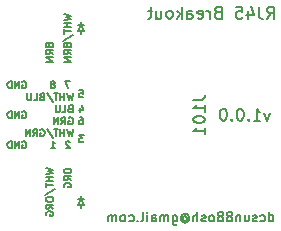
<source format=gbr>
G04 #@! TF.GenerationSoftware,KiCad,Pcbnew,(5.1.5)*
G04 #@! TF.CreationDate,2019-12-07T20:44:40-05:00*
G04 #@! TF.ProjectId,rj45brkout,726a3435-6272-46b6-9f75-742e6b696361,v1.0.0*
G04 #@! TF.SameCoordinates,Original*
G04 #@! TF.FileFunction,Legend,Bot*
G04 #@! TF.FilePolarity,Positive*
%FSLAX46Y46*%
G04 Gerber Fmt 4.6, Leading zero omitted, Abs format (unit mm)*
G04 Created by KiCad (PCBNEW (5.1.5)) date 2019-12-07 20:44:40*
%MOMM*%
%LPD*%
G04 APERTURE LIST*
%ADD10C,0.127000*%
%ADD11C,0.150000*%
%ADD12C,1.371600*%
%ADD13C,3.276600*%
%ADD14C,1.752600*%
%ADD15C,4.101600*%
%ADD16C,1.244600*%
G04 APERTURE END LIST*
D10*
X133318307Y-98760000D02*
X133375450Y-98731428D01*
X133461164Y-98731428D01*
X133546878Y-98760000D01*
X133604021Y-98817142D01*
X133632592Y-98874285D01*
X133661164Y-98988571D01*
X133661164Y-99074285D01*
X133632592Y-99188571D01*
X133604021Y-99245714D01*
X133546878Y-99302857D01*
X133461164Y-99331428D01*
X133404021Y-99331428D01*
X133318307Y-99302857D01*
X133289735Y-99274285D01*
X133289735Y-99074285D01*
X133404021Y-99074285D01*
X133032592Y-99331428D02*
X133032592Y-98731428D01*
X132689735Y-99331428D01*
X132689735Y-98731428D01*
X132404021Y-99331428D02*
X132404021Y-98731428D01*
X132261164Y-98731428D01*
X132175450Y-98760000D01*
X132118307Y-98817142D01*
X132089735Y-98874285D01*
X132061164Y-98988571D01*
X132061164Y-99074285D01*
X132089735Y-99188571D01*
X132118307Y-99245714D01*
X132175450Y-99302857D01*
X132261164Y-99331428D01*
X132404021Y-99331428D01*
X133318307Y-101300000D02*
X133375450Y-101271428D01*
X133461164Y-101271428D01*
X133546878Y-101300000D01*
X133604021Y-101357142D01*
X133632592Y-101414285D01*
X133661164Y-101528571D01*
X133661164Y-101614285D01*
X133632592Y-101728571D01*
X133604021Y-101785714D01*
X133546878Y-101842857D01*
X133461164Y-101871428D01*
X133404021Y-101871428D01*
X133318307Y-101842857D01*
X133289735Y-101814285D01*
X133289735Y-101614285D01*
X133404021Y-101614285D01*
X133032592Y-101871428D02*
X133032592Y-101271428D01*
X132689735Y-101871428D01*
X132689735Y-101271428D01*
X132404021Y-101871428D02*
X132404021Y-101271428D01*
X132261164Y-101271428D01*
X132175450Y-101300000D01*
X132118307Y-101357142D01*
X132089735Y-101414285D01*
X132061164Y-101528571D01*
X132061164Y-101614285D01*
X132089735Y-101728571D01*
X132118307Y-101785714D01*
X132175450Y-101842857D01*
X132261164Y-101871428D01*
X132404021Y-101871428D01*
X133318307Y-103840000D02*
X133375450Y-103811428D01*
X133461164Y-103811428D01*
X133546878Y-103840000D01*
X133604021Y-103897142D01*
X133632592Y-103954285D01*
X133661164Y-104068571D01*
X133661164Y-104154285D01*
X133632592Y-104268571D01*
X133604021Y-104325714D01*
X133546878Y-104382857D01*
X133461164Y-104411428D01*
X133404021Y-104411428D01*
X133318307Y-104382857D01*
X133289735Y-104354285D01*
X133289735Y-104154285D01*
X133404021Y-104154285D01*
X133032592Y-104411428D02*
X133032592Y-103811428D01*
X132689735Y-104411428D01*
X132689735Y-103811428D01*
X132404021Y-104411428D02*
X132404021Y-103811428D01*
X132261164Y-103811428D01*
X132175450Y-103840000D01*
X132118307Y-103897142D01*
X132089735Y-103954285D01*
X132061164Y-104068571D01*
X132061164Y-104154285D01*
X132089735Y-104268571D01*
X132118307Y-104325714D01*
X132175450Y-104382857D01*
X132261164Y-104411428D01*
X132404021Y-104411428D01*
X136831428Y-106257692D02*
X136831428Y-106371978D01*
X136860000Y-106429121D01*
X136917142Y-106486264D01*
X137031428Y-106514835D01*
X137231428Y-106514835D01*
X137345714Y-106486264D01*
X137402857Y-106429121D01*
X137431428Y-106371978D01*
X137431428Y-106257692D01*
X137402857Y-106200550D01*
X137345714Y-106143407D01*
X137231428Y-106114835D01*
X137031428Y-106114835D01*
X136917142Y-106143407D01*
X136860000Y-106200550D01*
X136831428Y-106257692D01*
X137431428Y-107114835D02*
X137145714Y-106914835D01*
X137431428Y-106771978D02*
X136831428Y-106771978D01*
X136831428Y-107000550D01*
X136860000Y-107057692D01*
X136888571Y-107086264D01*
X136945714Y-107114835D01*
X137031428Y-107114835D01*
X137088571Y-107086264D01*
X137117142Y-107057692D01*
X137145714Y-107000550D01*
X137145714Y-106771978D01*
X136860000Y-107686264D02*
X136831428Y-107629121D01*
X136831428Y-107543407D01*
X136860000Y-107457692D01*
X136917142Y-107400550D01*
X136974285Y-107371978D01*
X137088571Y-107343407D01*
X137174285Y-107343407D01*
X137288571Y-107371978D01*
X137345714Y-107400550D01*
X137402857Y-107457692D01*
X137431428Y-107543407D01*
X137431428Y-107600550D01*
X137402857Y-107686264D01*
X137374285Y-107714835D01*
X137174285Y-107714835D01*
X137174285Y-107600550D01*
X135307428Y-106086264D02*
X135907428Y-106229121D01*
X135478857Y-106343407D01*
X135907428Y-106457692D01*
X135307428Y-106600550D01*
X135907428Y-106829121D02*
X135307428Y-106829121D01*
X135593142Y-106829121D02*
X135593142Y-107171978D01*
X135907428Y-107171978D02*
X135307428Y-107171978D01*
X135307428Y-107371978D02*
X135307428Y-107714835D01*
X135907428Y-107543407D02*
X135307428Y-107543407D01*
X135278857Y-108343407D02*
X136050285Y-107829121D01*
X135307428Y-108657692D02*
X135307428Y-108771978D01*
X135336000Y-108829121D01*
X135393142Y-108886264D01*
X135507428Y-108914835D01*
X135707428Y-108914835D01*
X135821714Y-108886264D01*
X135878857Y-108829121D01*
X135907428Y-108771978D01*
X135907428Y-108657692D01*
X135878857Y-108600550D01*
X135821714Y-108543407D01*
X135707428Y-108514835D01*
X135507428Y-108514835D01*
X135393142Y-108543407D01*
X135336000Y-108600550D01*
X135307428Y-108657692D01*
X135907428Y-109514835D02*
X135621714Y-109314835D01*
X135907428Y-109171978D02*
X135307428Y-109171978D01*
X135307428Y-109400550D01*
X135336000Y-109457692D01*
X135364571Y-109486264D01*
X135421714Y-109514835D01*
X135507428Y-109514835D01*
X135564571Y-109486264D01*
X135593142Y-109457692D01*
X135621714Y-109400550D01*
X135621714Y-109171978D01*
X135336000Y-110086264D02*
X135307428Y-110029121D01*
X135307428Y-109943407D01*
X135336000Y-109857692D01*
X135393142Y-109800550D01*
X135450285Y-109771978D01*
X135564571Y-109743407D01*
X135650285Y-109743407D01*
X135764571Y-109771978D01*
X135821714Y-109800550D01*
X135878857Y-109857692D01*
X135907428Y-109943407D01*
X135907428Y-110000550D01*
X135878857Y-110086264D01*
X135850285Y-110114835D01*
X135650285Y-110114835D01*
X135650285Y-110000550D01*
X137626735Y-102795428D02*
X137483878Y-103395428D01*
X137369592Y-102966857D01*
X137255307Y-103395428D01*
X137112450Y-102795428D01*
X136883878Y-103395428D02*
X136883878Y-102795428D01*
X136883878Y-103081142D02*
X136541021Y-103081142D01*
X136541021Y-103395428D02*
X136541021Y-102795428D01*
X136341021Y-102795428D02*
X135998164Y-102795428D01*
X136169592Y-103395428D02*
X136169592Y-102795428D01*
X135369592Y-102766857D02*
X135883878Y-103538285D01*
X134855307Y-102824000D02*
X134912450Y-102795428D01*
X134998164Y-102795428D01*
X135083878Y-102824000D01*
X135141021Y-102881142D01*
X135169592Y-102938285D01*
X135198164Y-103052571D01*
X135198164Y-103138285D01*
X135169592Y-103252571D01*
X135141021Y-103309714D01*
X135083878Y-103366857D01*
X134998164Y-103395428D01*
X134941021Y-103395428D01*
X134855307Y-103366857D01*
X134826735Y-103338285D01*
X134826735Y-103138285D01*
X134941021Y-103138285D01*
X134226735Y-103395428D02*
X134426735Y-103109714D01*
X134569592Y-103395428D02*
X134569592Y-102795428D01*
X134341021Y-102795428D01*
X134283878Y-102824000D01*
X134255307Y-102852571D01*
X134226735Y-102909714D01*
X134226735Y-102995428D01*
X134255307Y-103052571D01*
X134283878Y-103081142D01*
X134341021Y-103109714D01*
X134569592Y-103109714D01*
X133969592Y-103395428D02*
X133969592Y-102795428D01*
X133626735Y-103395428D01*
X133626735Y-102795428D01*
X137255307Y-101808000D02*
X137312450Y-101779428D01*
X137398164Y-101779428D01*
X137483878Y-101808000D01*
X137541021Y-101865142D01*
X137569592Y-101922285D01*
X137598164Y-102036571D01*
X137598164Y-102122285D01*
X137569592Y-102236571D01*
X137541021Y-102293714D01*
X137483878Y-102350857D01*
X137398164Y-102379428D01*
X137341021Y-102379428D01*
X137255307Y-102350857D01*
X137226735Y-102322285D01*
X137226735Y-102122285D01*
X137341021Y-102122285D01*
X136626735Y-102379428D02*
X136826735Y-102093714D01*
X136969592Y-102379428D02*
X136969592Y-101779428D01*
X136741021Y-101779428D01*
X136683878Y-101808000D01*
X136655307Y-101836571D01*
X136626735Y-101893714D01*
X136626735Y-101979428D01*
X136655307Y-102036571D01*
X136683878Y-102065142D01*
X136741021Y-102093714D01*
X136969592Y-102093714D01*
X136369592Y-102379428D02*
X136369592Y-101779428D01*
X136026735Y-102379428D01*
X136026735Y-101779428D01*
X137369592Y-101049142D02*
X137283878Y-101077714D01*
X137255307Y-101106285D01*
X137226735Y-101163428D01*
X137226735Y-101249142D01*
X137255307Y-101306285D01*
X137283878Y-101334857D01*
X137341021Y-101363428D01*
X137569592Y-101363428D01*
X137569592Y-100763428D01*
X137369592Y-100763428D01*
X137312450Y-100792000D01*
X137283878Y-100820571D01*
X137255307Y-100877714D01*
X137255307Y-100934857D01*
X137283878Y-100992000D01*
X137312450Y-101020571D01*
X137369592Y-101049142D01*
X137569592Y-101049142D01*
X136683878Y-101363428D02*
X136969592Y-101363428D01*
X136969592Y-100763428D01*
X136483878Y-100763428D02*
X136483878Y-101249142D01*
X136455307Y-101306285D01*
X136426735Y-101334857D01*
X136369592Y-101363428D01*
X136255307Y-101363428D01*
X136198164Y-101334857D01*
X136169592Y-101306285D01*
X136141021Y-101249142D01*
X136141021Y-100763428D01*
X137626735Y-99747428D02*
X137483878Y-100347428D01*
X137369592Y-99918857D01*
X137255307Y-100347428D01*
X137112450Y-99747428D01*
X136883878Y-100347428D02*
X136883878Y-99747428D01*
X136883878Y-100033142D02*
X136541021Y-100033142D01*
X136541021Y-100347428D02*
X136541021Y-99747428D01*
X136341021Y-99747428D02*
X135998164Y-99747428D01*
X136169592Y-100347428D02*
X136169592Y-99747428D01*
X135369592Y-99718857D02*
X135883878Y-100490285D01*
X134969592Y-100033142D02*
X134883878Y-100061714D01*
X134855307Y-100090285D01*
X134826735Y-100147428D01*
X134826735Y-100233142D01*
X134855307Y-100290285D01*
X134883878Y-100318857D01*
X134941021Y-100347428D01*
X135169592Y-100347428D01*
X135169592Y-99747428D01*
X134969592Y-99747428D01*
X134912450Y-99776000D01*
X134883878Y-99804571D01*
X134855307Y-99861714D01*
X134855307Y-99918857D01*
X134883878Y-99976000D01*
X134912450Y-100004571D01*
X134969592Y-100033142D01*
X135169592Y-100033142D01*
X134283878Y-100347428D02*
X134569592Y-100347428D01*
X134569592Y-99747428D01*
X134083878Y-99747428D02*
X134083878Y-100233142D01*
X134055307Y-100290285D01*
X134026735Y-100318857D01*
X133969592Y-100347428D01*
X133855307Y-100347428D01*
X133798164Y-100318857D01*
X133769592Y-100290285D01*
X133741021Y-100233142D01*
X133741021Y-99747428D01*
X135593142Y-95713735D02*
X135621714Y-95799450D01*
X135650285Y-95828021D01*
X135707428Y-95856592D01*
X135793142Y-95856592D01*
X135850285Y-95828021D01*
X135878857Y-95799450D01*
X135907428Y-95742307D01*
X135907428Y-95513735D01*
X135307428Y-95513735D01*
X135307428Y-95713735D01*
X135336000Y-95770878D01*
X135364571Y-95799450D01*
X135421714Y-95828021D01*
X135478857Y-95828021D01*
X135536000Y-95799450D01*
X135564571Y-95770878D01*
X135593142Y-95713735D01*
X135593142Y-95513735D01*
X135907428Y-96456592D02*
X135621714Y-96256592D01*
X135907428Y-96113735D02*
X135307428Y-96113735D01*
X135307428Y-96342307D01*
X135336000Y-96399450D01*
X135364571Y-96428021D01*
X135421714Y-96456592D01*
X135507428Y-96456592D01*
X135564571Y-96428021D01*
X135593142Y-96399450D01*
X135621714Y-96342307D01*
X135621714Y-96113735D01*
X135907428Y-96713735D02*
X135307428Y-96713735D01*
X135907428Y-97056592D01*
X135307428Y-97056592D01*
X136831428Y-93056592D02*
X137431428Y-93199450D01*
X137002857Y-93313735D01*
X137431428Y-93428021D01*
X136831428Y-93570878D01*
X137431428Y-93799450D02*
X136831428Y-93799450D01*
X137117142Y-93799450D02*
X137117142Y-94142307D01*
X137431428Y-94142307D02*
X136831428Y-94142307D01*
X136831428Y-94342307D02*
X136831428Y-94685164D01*
X137431428Y-94513735D02*
X136831428Y-94513735D01*
X136802857Y-95313735D02*
X137574285Y-94799450D01*
X137117142Y-95713735D02*
X137145714Y-95799450D01*
X137174285Y-95828021D01*
X137231428Y-95856592D01*
X137317142Y-95856592D01*
X137374285Y-95828021D01*
X137402857Y-95799450D01*
X137431428Y-95742307D01*
X137431428Y-95513735D01*
X136831428Y-95513735D01*
X136831428Y-95713735D01*
X136860000Y-95770878D01*
X136888571Y-95799450D01*
X136945714Y-95828021D01*
X137002857Y-95828021D01*
X137060000Y-95799450D01*
X137088571Y-95770878D01*
X137117142Y-95713735D01*
X137117142Y-95513735D01*
X137431428Y-96456592D02*
X137145714Y-96256592D01*
X137431428Y-96113735D02*
X136831428Y-96113735D01*
X136831428Y-96342307D01*
X136860000Y-96399450D01*
X136888571Y-96428021D01*
X136945714Y-96456592D01*
X137031428Y-96456592D01*
X137088571Y-96428021D01*
X137117142Y-96399450D01*
X137145714Y-96342307D01*
X137145714Y-96113735D01*
X137431428Y-96713735D02*
X136831428Y-96713735D01*
X137431428Y-97056592D01*
X136831428Y-97056592D01*
D11*
X154042476Y-93416380D02*
X154375809Y-92940190D01*
X154613904Y-93416380D02*
X154613904Y-92416380D01*
X154232952Y-92416380D01*
X154137714Y-92464000D01*
X154090095Y-92511619D01*
X154042476Y-92606857D01*
X154042476Y-92749714D01*
X154090095Y-92844952D01*
X154137714Y-92892571D01*
X154232952Y-92940190D01*
X154613904Y-92940190D01*
X153328190Y-92416380D02*
X153328190Y-93130666D01*
X153375809Y-93273523D01*
X153471047Y-93368761D01*
X153613904Y-93416380D01*
X153709142Y-93416380D01*
X152423428Y-92749714D02*
X152423428Y-93416380D01*
X152661523Y-92368761D02*
X152899619Y-93083047D01*
X152280571Y-93083047D01*
X151423428Y-92416380D02*
X151899619Y-92416380D01*
X151947238Y-92892571D01*
X151899619Y-92844952D01*
X151804380Y-92797333D01*
X151566285Y-92797333D01*
X151471047Y-92844952D01*
X151423428Y-92892571D01*
X151375809Y-92987809D01*
X151375809Y-93225904D01*
X151423428Y-93321142D01*
X151471047Y-93368761D01*
X151566285Y-93416380D01*
X151804380Y-93416380D01*
X151899619Y-93368761D01*
X151947238Y-93321142D01*
X149852000Y-92892571D02*
X149709142Y-92940190D01*
X149661523Y-92987809D01*
X149613904Y-93083047D01*
X149613904Y-93225904D01*
X149661523Y-93321142D01*
X149709142Y-93368761D01*
X149804380Y-93416380D01*
X150185333Y-93416380D01*
X150185333Y-92416380D01*
X149852000Y-92416380D01*
X149756761Y-92464000D01*
X149709142Y-92511619D01*
X149661523Y-92606857D01*
X149661523Y-92702095D01*
X149709142Y-92797333D01*
X149756761Y-92844952D01*
X149852000Y-92892571D01*
X150185333Y-92892571D01*
X149185333Y-93416380D02*
X149185333Y-92749714D01*
X149185333Y-92940190D02*
X149137714Y-92844952D01*
X149090095Y-92797333D01*
X148994857Y-92749714D01*
X148899619Y-92749714D01*
X148185333Y-93368761D02*
X148280571Y-93416380D01*
X148471047Y-93416380D01*
X148566285Y-93368761D01*
X148613904Y-93273523D01*
X148613904Y-92892571D01*
X148566285Y-92797333D01*
X148471047Y-92749714D01*
X148280571Y-92749714D01*
X148185333Y-92797333D01*
X148137714Y-92892571D01*
X148137714Y-92987809D01*
X148613904Y-93083047D01*
X147280571Y-93416380D02*
X147280571Y-92892571D01*
X147328190Y-92797333D01*
X147423428Y-92749714D01*
X147613904Y-92749714D01*
X147709142Y-92797333D01*
X147280571Y-93368761D02*
X147375809Y-93416380D01*
X147613904Y-93416380D01*
X147709142Y-93368761D01*
X147756761Y-93273523D01*
X147756761Y-93178285D01*
X147709142Y-93083047D01*
X147613904Y-93035428D01*
X147375809Y-93035428D01*
X147280571Y-92987809D01*
X146804380Y-93416380D02*
X146804380Y-92416380D01*
X146709142Y-93035428D02*
X146423428Y-93416380D01*
X146423428Y-92749714D02*
X146804380Y-93130666D01*
X145852000Y-93416380D02*
X145947238Y-93368761D01*
X145994857Y-93321142D01*
X146042476Y-93225904D01*
X146042476Y-92940190D01*
X145994857Y-92844952D01*
X145947238Y-92797333D01*
X145852000Y-92749714D01*
X145709142Y-92749714D01*
X145613904Y-92797333D01*
X145566285Y-92844952D01*
X145518666Y-92940190D01*
X145518666Y-93225904D01*
X145566285Y-93321142D01*
X145613904Y-93368761D01*
X145709142Y-93416380D01*
X145852000Y-93416380D01*
X144661523Y-92749714D02*
X144661523Y-93416380D01*
X145090095Y-92749714D02*
X145090095Y-93273523D01*
X145042476Y-93368761D01*
X144947238Y-93416380D01*
X144804380Y-93416380D01*
X144709142Y-93368761D01*
X144661523Y-93321142D01*
X144328190Y-92749714D02*
X143947238Y-92749714D01*
X144185333Y-92416380D02*
X144185333Y-93273523D01*
X144137714Y-93368761D01*
X144042476Y-93416380D01*
X143947238Y-93416380D01*
X154288857Y-101385714D02*
X154050761Y-102052380D01*
X153812666Y-101385714D01*
X152907904Y-102052380D02*
X153479333Y-102052380D01*
X153193619Y-102052380D02*
X153193619Y-101052380D01*
X153288857Y-101195238D01*
X153384095Y-101290476D01*
X153479333Y-101338095D01*
X152479333Y-101957142D02*
X152431714Y-102004761D01*
X152479333Y-102052380D01*
X152526952Y-102004761D01*
X152479333Y-101957142D01*
X152479333Y-102052380D01*
X151812666Y-101052380D02*
X151717428Y-101052380D01*
X151622190Y-101100000D01*
X151574571Y-101147619D01*
X151526952Y-101242857D01*
X151479333Y-101433333D01*
X151479333Y-101671428D01*
X151526952Y-101861904D01*
X151574571Y-101957142D01*
X151622190Y-102004761D01*
X151717428Y-102052380D01*
X151812666Y-102052380D01*
X151907904Y-102004761D01*
X151955523Y-101957142D01*
X152003142Y-101861904D01*
X152050761Y-101671428D01*
X152050761Y-101433333D01*
X152003142Y-101242857D01*
X151955523Y-101147619D01*
X151907904Y-101100000D01*
X151812666Y-101052380D01*
X151050761Y-101957142D02*
X151003142Y-102004761D01*
X151050761Y-102052380D01*
X151098380Y-102004761D01*
X151050761Y-101957142D01*
X151050761Y-102052380D01*
X150384095Y-101052380D02*
X150288857Y-101052380D01*
X150193619Y-101100000D01*
X150146000Y-101147619D01*
X150098380Y-101242857D01*
X150050761Y-101433333D01*
X150050761Y-101671428D01*
X150098380Y-101861904D01*
X150146000Y-101957142D01*
X150193619Y-102004761D01*
X150288857Y-102052380D01*
X150384095Y-102052380D01*
X150479333Y-102004761D01*
X150526952Y-101957142D01*
X150574571Y-101861904D01*
X150622190Y-101671428D01*
X150622190Y-101433333D01*
X150574571Y-101242857D01*
X150526952Y-101147619D01*
X150479333Y-101100000D01*
X150384095Y-101052380D01*
X154202571Y-110597904D02*
X154202571Y-109797904D01*
X154202571Y-110559809D02*
X154278761Y-110597904D01*
X154431142Y-110597904D01*
X154507333Y-110559809D01*
X154545428Y-110521714D01*
X154583523Y-110445523D01*
X154583523Y-110216952D01*
X154545428Y-110140761D01*
X154507333Y-110102666D01*
X154431142Y-110064571D01*
X154278761Y-110064571D01*
X154202571Y-110102666D01*
X153478761Y-110559809D02*
X153554952Y-110597904D01*
X153707333Y-110597904D01*
X153783523Y-110559809D01*
X153821619Y-110521714D01*
X153859714Y-110445523D01*
X153859714Y-110216952D01*
X153821619Y-110140761D01*
X153783523Y-110102666D01*
X153707333Y-110064571D01*
X153554952Y-110064571D01*
X153478761Y-110102666D01*
X153174000Y-110559809D02*
X153097809Y-110597904D01*
X152945428Y-110597904D01*
X152869238Y-110559809D01*
X152831142Y-110483619D01*
X152831142Y-110445523D01*
X152869238Y-110369333D01*
X152945428Y-110331238D01*
X153059714Y-110331238D01*
X153135904Y-110293142D01*
X153174000Y-110216952D01*
X153174000Y-110178857D01*
X153135904Y-110102666D01*
X153059714Y-110064571D01*
X152945428Y-110064571D01*
X152869238Y-110102666D01*
X152145428Y-110064571D02*
X152145428Y-110597904D01*
X152488285Y-110064571D02*
X152488285Y-110483619D01*
X152450190Y-110559809D01*
X152374000Y-110597904D01*
X152259714Y-110597904D01*
X152183523Y-110559809D01*
X152145428Y-110521714D01*
X151764476Y-110064571D02*
X151764476Y-110597904D01*
X151764476Y-110140761D02*
X151726380Y-110102666D01*
X151650190Y-110064571D01*
X151535904Y-110064571D01*
X151459714Y-110102666D01*
X151421619Y-110178857D01*
X151421619Y-110597904D01*
X150926380Y-110140761D02*
X151002571Y-110102666D01*
X151040666Y-110064571D01*
X151078761Y-109988380D01*
X151078761Y-109950285D01*
X151040666Y-109874095D01*
X151002571Y-109836000D01*
X150926380Y-109797904D01*
X150774000Y-109797904D01*
X150697809Y-109836000D01*
X150659714Y-109874095D01*
X150621619Y-109950285D01*
X150621619Y-109988380D01*
X150659714Y-110064571D01*
X150697809Y-110102666D01*
X150774000Y-110140761D01*
X150926380Y-110140761D01*
X151002571Y-110178857D01*
X151040666Y-110216952D01*
X151078761Y-110293142D01*
X151078761Y-110445523D01*
X151040666Y-110521714D01*
X151002571Y-110559809D01*
X150926380Y-110597904D01*
X150774000Y-110597904D01*
X150697809Y-110559809D01*
X150659714Y-110521714D01*
X150621619Y-110445523D01*
X150621619Y-110293142D01*
X150659714Y-110216952D01*
X150697809Y-110178857D01*
X150774000Y-110140761D01*
X150164476Y-110140761D02*
X150240666Y-110102666D01*
X150278761Y-110064571D01*
X150316857Y-109988380D01*
X150316857Y-109950285D01*
X150278761Y-109874095D01*
X150240666Y-109836000D01*
X150164476Y-109797904D01*
X150012095Y-109797904D01*
X149935904Y-109836000D01*
X149897809Y-109874095D01*
X149859714Y-109950285D01*
X149859714Y-109988380D01*
X149897809Y-110064571D01*
X149935904Y-110102666D01*
X150012095Y-110140761D01*
X150164476Y-110140761D01*
X150240666Y-110178857D01*
X150278761Y-110216952D01*
X150316857Y-110293142D01*
X150316857Y-110445523D01*
X150278761Y-110521714D01*
X150240666Y-110559809D01*
X150164476Y-110597904D01*
X150012095Y-110597904D01*
X149935904Y-110559809D01*
X149897809Y-110521714D01*
X149859714Y-110445523D01*
X149859714Y-110293142D01*
X149897809Y-110216952D01*
X149935904Y-110178857D01*
X150012095Y-110140761D01*
X149402571Y-110597904D02*
X149478761Y-110559809D01*
X149516857Y-110521714D01*
X149554952Y-110445523D01*
X149554952Y-110216952D01*
X149516857Y-110140761D01*
X149478761Y-110102666D01*
X149402571Y-110064571D01*
X149288285Y-110064571D01*
X149212095Y-110102666D01*
X149174000Y-110140761D01*
X149135904Y-110216952D01*
X149135904Y-110445523D01*
X149174000Y-110521714D01*
X149212095Y-110559809D01*
X149288285Y-110597904D01*
X149402571Y-110597904D01*
X148831142Y-110559809D02*
X148754952Y-110597904D01*
X148602571Y-110597904D01*
X148526380Y-110559809D01*
X148488285Y-110483619D01*
X148488285Y-110445523D01*
X148526380Y-110369333D01*
X148602571Y-110331238D01*
X148716857Y-110331238D01*
X148793047Y-110293142D01*
X148831142Y-110216952D01*
X148831142Y-110178857D01*
X148793047Y-110102666D01*
X148716857Y-110064571D01*
X148602571Y-110064571D01*
X148526380Y-110102666D01*
X148145428Y-110597904D02*
X148145428Y-109797904D01*
X147802571Y-110597904D02*
X147802571Y-110178857D01*
X147840666Y-110102666D01*
X147916857Y-110064571D01*
X148031142Y-110064571D01*
X148107333Y-110102666D01*
X148145428Y-110140761D01*
X146926380Y-110216952D02*
X146964476Y-110178857D01*
X147040666Y-110140761D01*
X147116857Y-110140761D01*
X147193047Y-110178857D01*
X147231142Y-110216952D01*
X147269238Y-110293142D01*
X147269238Y-110369333D01*
X147231142Y-110445523D01*
X147193047Y-110483619D01*
X147116857Y-110521714D01*
X147040666Y-110521714D01*
X146964476Y-110483619D01*
X146926380Y-110445523D01*
X146926380Y-110140761D02*
X146926380Y-110445523D01*
X146888285Y-110483619D01*
X146850190Y-110483619D01*
X146774000Y-110445523D01*
X146735904Y-110369333D01*
X146735904Y-110178857D01*
X146812095Y-110064571D01*
X146926380Y-109988380D01*
X147078761Y-109950285D01*
X147231142Y-109988380D01*
X147345428Y-110064571D01*
X147421619Y-110178857D01*
X147459714Y-110331238D01*
X147421619Y-110483619D01*
X147345428Y-110597904D01*
X147231142Y-110674095D01*
X147078761Y-110712190D01*
X146926380Y-110674095D01*
X146812095Y-110597904D01*
X146050190Y-110064571D02*
X146050190Y-110712190D01*
X146088285Y-110788380D01*
X146126380Y-110826476D01*
X146202571Y-110864571D01*
X146316857Y-110864571D01*
X146393047Y-110826476D01*
X146050190Y-110559809D02*
X146126380Y-110597904D01*
X146278761Y-110597904D01*
X146354952Y-110559809D01*
X146393047Y-110521714D01*
X146431142Y-110445523D01*
X146431142Y-110216952D01*
X146393047Y-110140761D01*
X146354952Y-110102666D01*
X146278761Y-110064571D01*
X146126380Y-110064571D01*
X146050190Y-110102666D01*
X145669238Y-110597904D02*
X145669238Y-110064571D01*
X145669238Y-110140761D02*
X145631142Y-110102666D01*
X145554952Y-110064571D01*
X145440666Y-110064571D01*
X145364476Y-110102666D01*
X145326380Y-110178857D01*
X145326380Y-110597904D01*
X145326380Y-110178857D02*
X145288285Y-110102666D01*
X145212095Y-110064571D01*
X145097809Y-110064571D01*
X145021619Y-110102666D01*
X144983523Y-110178857D01*
X144983523Y-110597904D01*
X144259714Y-110597904D02*
X144259714Y-110178857D01*
X144297809Y-110102666D01*
X144374000Y-110064571D01*
X144526380Y-110064571D01*
X144602571Y-110102666D01*
X144259714Y-110559809D02*
X144335904Y-110597904D01*
X144526380Y-110597904D01*
X144602571Y-110559809D01*
X144640666Y-110483619D01*
X144640666Y-110407428D01*
X144602571Y-110331238D01*
X144526380Y-110293142D01*
X144335904Y-110293142D01*
X144259714Y-110255047D01*
X143878761Y-110597904D02*
X143878761Y-110064571D01*
X143878761Y-109797904D02*
X143916857Y-109836000D01*
X143878761Y-109874095D01*
X143840666Y-109836000D01*
X143878761Y-109797904D01*
X143878761Y-109874095D01*
X143383523Y-110597904D02*
X143459714Y-110559809D01*
X143497809Y-110483619D01*
X143497809Y-109797904D01*
X143078761Y-110521714D02*
X143040666Y-110559809D01*
X143078761Y-110597904D01*
X143116857Y-110559809D01*
X143078761Y-110521714D01*
X143078761Y-110597904D01*
X142354952Y-110559809D02*
X142431142Y-110597904D01*
X142583523Y-110597904D01*
X142659714Y-110559809D01*
X142697809Y-110521714D01*
X142735904Y-110445523D01*
X142735904Y-110216952D01*
X142697809Y-110140761D01*
X142659714Y-110102666D01*
X142583523Y-110064571D01*
X142431142Y-110064571D01*
X142354952Y-110102666D01*
X141897809Y-110597904D02*
X141974000Y-110559809D01*
X142012095Y-110521714D01*
X142050190Y-110445523D01*
X142050190Y-110216952D01*
X142012095Y-110140761D01*
X141974000Y-110102666D01*
X141897809Y-110064571D01*
X141783523Y-110064571D01*
X141707333Y-110102666D01*
X141669238Y-110140761D01*
X141631142Y-110216952D01*
X141631142Y-110445523D01*
X141669238Y-110521714D01*
X141707333Y-110559809D01*
X141783523Y-110597904D01*
X141897809Y-110597904D01*
X141288285Y-110597904D02*
X141288285Y-110064571D01*
X141288285Y-110140761D02*
X141250190Y-110102666D01*
X141174000Y-110064571D01*
X141059714Y-110064571D01*
X140983523Y-110102666D01*
X140945428Y-110178857D01*
X140945428Y-110597904D01*
X140945428Y-110178857D02*
X140907333Y-110102666D01*
X140831142Y-110064571D01*
X140716857Y-110064571D01*
X140640666Y-110102666D01*
X140602571Y-110178857D01*
X140602571Y-110597904D01*
X138303000Y-94488000D02*
X138303000Y-94742000D01*
X138557000Y-93980000D02*
X138049000Y-93980000D01*
X138557000Y-94488000D02*
X138049000Y-94488000D01*
X138303000Y-93980000D02*
X138557000Y-94488000D01*
X138303000Y-93980000D02*
X138303000Y-93726000D01*
X138049000Y-94488000D02*
X138303000Y-93980000D01*
X138557000Y-108712000D02*
X138049000Y-108712000D01*
X138303000Y-109220000D02*
X138303000Y-109474000D01*
X138557000Y-109220000D02*
X138049000Y-109220000D01*
X138049000Y-109220000D02*
X138303000Y-108712000D01*
X138303000Y-108712000D02*
X138303000Y-108458000D01*
X138303000Y-108712000D02*
X138557000Y-109220000D01*
D10*
X135947142Y-98988571D02*
X136004285Y-98960000D01*
X136032857Y-98931428D01*
X136061428Y-98874285D01*
X136061428Y-98845714D01*
X136032857Y-98788571D01*
X136004285Y-98760000D01*
X135947142Y-98731428D01*
X135832857Y-98731428D01*
X135775714Y-98760000D01*
X135747142Y-98788571D01*
X135718571Y-98845714D01*
X135718571Y-98874285D01*
X135747142Y-98931428D01*
X135775714Y-98960000D01*
X135832857Y-98988571D01*
X135947142Y-98988571D01*
X136004285Y-99017142D01*
X136032857Y-99045714D01*
X136061428Y-99102857D01*
X136061428Y-99217142D01*
X136032857Y-99274285D01*
X136004285Y-99302857D01*
X135947142Y-99331428D01*
X135832857Y-99331428D01*
X135775714Y-99302857D01*
X135747142Y-99274285D01*
X135718571Y-99217142D01*
X135718571Y-99102857D01*
X135747142Y-99045714D01*
X135775714Y-99017142D01*
X135832857Y-98988571D01*
X137360000Y-98731428D02*
X136960000Y-98731428D01*
X137217142Y-99331428D01*
X138160142Y-99493428D02*
X138445857Y-99493428D01*
X138474428Y-99779142D01*
X138445857Y-99750571D01*
X138388714Y-99722000D01*
X138245857Y-99722000D01*
X138188714Y-99750571D01*
X138160142Y-99779142D01*
X138131571Y-99836285D01*
X138131571Y-99979142D01*
X138160142Y-100036285D01*
X138188714Y-100064857D01*
X138245857Y-100093428D01*
X138388714Y-100093428D01*
X138445857Y-100064857D01*
X138474428Y-100036285D01*
X138188714Y-100963428D02*
X138188714Y-101363428D01*
X138331571Y-100734857D02*
X138474428Y-101163428D01*
X138103000Y-101163428D01*
X138188714Y-101779428D02*
X138303000Y-101779428D01*
X138360142Y-101808000D01*
X138388714Y-101836571D01*
X138445857Y-101922285D01*
X138474428Y-102036571D01*
X138474428Y-102265142D01*
X138445857Y-102322285D01*
X138417285Y-102350857D01*
X138360142Y-102379428D01*
X138245857Y-102379428D01*
X138188714Y-102350857D01*
X138160142Y-102322285D01*
X138131571Y-102265142D01*
X138131571Y-102122285D01*
X138160142Y-102065142D01*
X138188714Y-102036571D01*
X138245857Y-102008000D01*
X138360142Y-102008000D01*
X138417285Y-102036571D01*
X138445857Y-102065142D01*
X138474428Y-102122285D01*
X138503000Y-103303428D02*
X138131571Y-103303428D01*
X138331571Y-103532000D01*
X138245857Y-103532000D01*
X138188714Y-103560571D01*
X138160142Y-103589142D01*
X138131571Y-103646285D01*
X138131571Y-103789142D01*
X138160142Y-103846285D01*
X138188714Y-103874857D01*
X138245857Y-103903428D01*
X138417285Y-103903428D01*
X138474428Y-103874857D01*
X138503000Y-103846285D01*
X137331428Y-103868571D02*
X137302857Y-103840000D01*
X137245714Y-103811428D01*
X137102857Y-103811428D01*
X137045714Y-103840000D01*
X137017142Y-103868571D01*
X136988571Y-103925714D01*
X136988571Y-103982857D01*
X137017142Y-104068571D01*
X137360000Y-104411428D01*
X136988571Y-104411428D01*
X135718571Y-104411428D02*
X136061428Y-104411428D01*
X135890000Y-104411428D02*
X135890000Y-103811428D01*
X135947142Y-103897142D01*
X136004285Y-103954285D01*
X136061428Y-103982857D01*
D11*
X147788380Y-100314285D02*
X148502666Y-100314285D01*
X148645523Y-100266666D01*
X148740761Y-100171428D01*
X148788380Y-100028571D01*
X148788380Y-99933333D01*
X148788380Y-101314285D02*
X148788380Y-100742857D01*
X148788380Y-101028571D02*
X147788380Y-101028571D01*
X147931238Y-100933333D01*
X148026476Y-100838095D01*
X148074095Y-100742857D01*
X147788380Y-101933333D02*
X147788380Y-102028571D01*
X147836000Y-102123809D01*
X147883619Y-102171428D01*
X147978857Y-102219047D01*
X148169333Y-102266666D01*
X148407428Y-102266666D01*
X148597904Y-102219047D01*
X148693142Y-102171428D01*
X148740761Y-102123809D01*
X148788380Y-102028571D01*
X148788380Y-101933333D01*
X148740761Y-101838095D01*
X148693142Y-101790476D01*
X148597904Y-101742857D01*
X148407428Y-101695238D01*
X148169333Y-101695238D01*
X147978857Y-101742857D01*
X147883619Y-101790476D01*
X147836000Y-101838095D01*
X147788380Y-101933333D01*
X148788380Y-103219047D02*
X148788380Y-102647619D01*
X148788380Y-102933333D02*
X147788380Y-102933333D01*
X147931238Y-102838095D01*
X148026476Y-102742857D01*
X148074095Y-102647619D01*
%LPC*%
D12*
X134620000Y-104140000D03*
X134620000Y-99060000D03*
X134620000Y-101600000D03*
D13*
X132080000Y-107950000D03*
X132080000Y-95250000D03*
D14*
X144250000Y-106040000D03*
X141710000Y-104770000D03*
X144250000Y-103500000D03*
X141710000Y-102230000D03*
X144250000Y-100960000D03*
X141710000Y-99690000D03*
X144250000Y-98420000D03*
X141710000Y-97150000D03*
D15*
X152250000Y-106600000D03*
X152250000Y-96600000D03*
D14*
X148250000Y-108130000D03*
X148250000Y-105590000D03*
X148250000Y-97610000D03*
X148250000Y-95070000D03*
D16*
X129540000Y-101600000D03*
D12*
X136144000Y-98044000D03*
X137668000Y-98044000D03*
X139192000Y-99060000D03*
X139192000Y-100584000D03*
X139192000Y-102616000D03*
X139192000Y-104140000D03*
X137668000Y-105156000D03*
X136144000Y-105156000D03*
X139192000Y-109728000D03*
X139192000Y-108204000D03*
X139192000Y-94996000D03*
X139192000Y-93472000D03*
M02*

</source>
